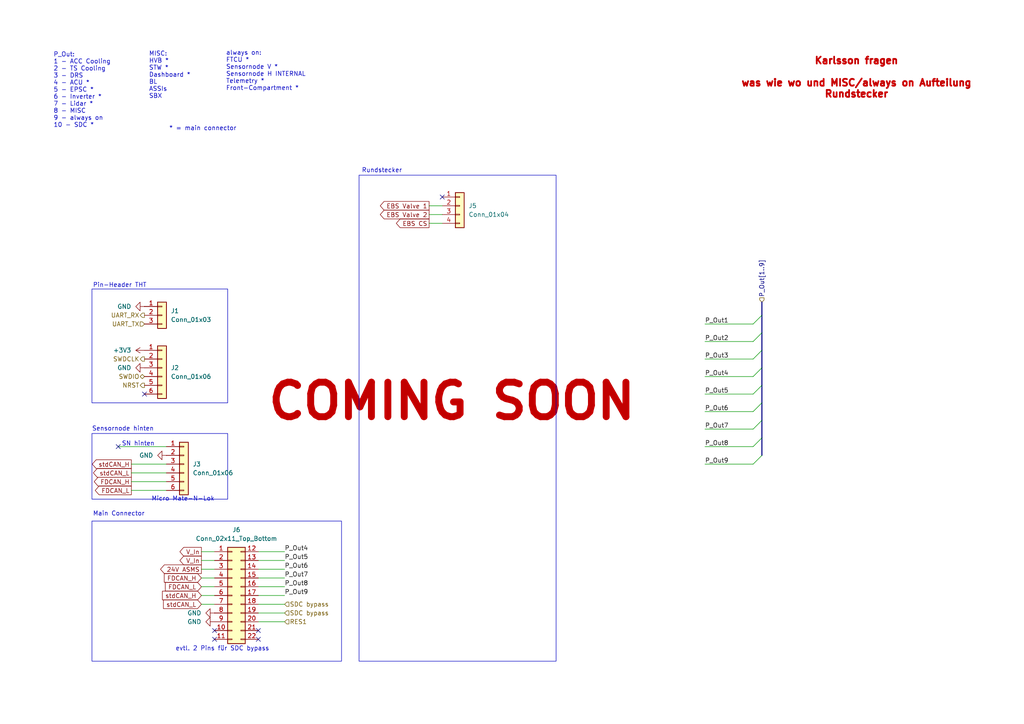
<source format=kicad_sch>
(kicad_sch (version 20231120) (generator "eeschema") (generator_version "8.0")
  (paper "A4")
  (title_block (title "PDU FT25") (date "2024-11-23") (rev "V1.1") (company "Janek Herm") (comment 1 "FaSTTUBe Electronics"))
  (lib_symbols
    (symbol "Connector_Generic:Conn_01x03" (pin_names (offset 1.016) hide)
      (property "Reference" "J" (at 0 5.08 0))
      (property "Value" "Conn_01x03" (at 0 -5.08 0))
      (symbol "Conn_01x03_1_1"
        (rectangle (start -1.27 -2.413) (end 0 -2.667) (stroke (width 0.1524)))
        (rectangle (start -1.27 0.127) (end 0 -0.127) (stroke (width 0.1524)))
        (rectangle (start -1.27 2.667) (end 0 2.413) (stroke (width 0.1524)))
        (rectangle (start -1.27 3.81) (end 1.27 -3.81) (stroke (width 0.254)) (fill (type background)))
        (pin passive line (at -5.08 2.54 0) (length 3.81) (name "Pin_1") (number "1"))
        (pin passive line (at -5.08 0 0) (length 3.81) (name "Pin_2") (number "2"))
        (pin passive line (at -5.08 -2.54 0) (length 3.81) (name "Pin_3") (number "3"))
      )
    )
    (symbol "Connector_Generic:Conn_01x04" (pin_names (offset 1.016) hide)
      (property "Reference" "J" (at 0 5.08 0))
      (property "Value" "Conn_01x04" (at 0 -7.62 0))
      (symbol "Conn_01x04_1_1"
        (rectangle (start -1.27 -4.953) (end 0 -5.207) (stroke (width 0.1524)))
        (rectangle (start -1.27 -2.413) (end 0 -2.667) (stroke (width 0.1524)))
        (rectangle (start -1.27 0.127) (end 0 -0.127) (stroke (width 0.1524)))
        (rectangle (start -1.27 2.667) (end 0 2.413) (stroke (width 0.1524)))
        (rectangle (start -1.27 3.81) (end 1.27 -6.35) (stroke (width 0.254)) (fill (type background)))
        (pin passive line (at -5.08 2.54 0) (length 3.81) (name "Pin_1") (number "1"))
        (pin passive line (at -5.08 0 0) (length 3.81) (name "Pin_2") (number "2"))
        (pin passive line (at -5.08 -2.54 0) (length 3.81) (name "Pin_3") (number "3"))
        (pin passive line (at -5.08 -5.08 0) (length 3.81) (name "Pin_4") (number "4"))
      )
    )
    (symbol "Connector_Generic:Conn_01x06" (pin_names (offset 1.016) hide)
      (property "Reference" "J" (at 0 7.62 0))
      (property "Value" "Conn_01x06" (at 0 -10.16 0))
      (symbol "Conn_01x06_1_1"
        (rectangle (start -1.27 -7.493) (end 0 -7.747) (stroke (width 0.1524)))
        (rectangle (start -1.27 -4.953) (end 0 -5.207) (stroke (width 0.1524)))
        (rectangle (start -1.27 -2.413) (end 0 -2.667) (stroke (width 0.1524)))
        (rectangle (start -1.27 0.127) (end 0 -0.127) (stroke (width 0.1524)))
        (rectangle (start -1.27 2.667) (end 0 2.413) (stroke (width 0.1524)))
        (rectangle (start -1.27 5.207) (end 0 4.953) (stroke (width 0.1524)))
        (rectangle (start -1.27 6.35) (end 1.27 -8.89) (stroke (width 0.254)) (fill (type background)))
        (pin passive line (at -5.08 5.08 0) (length 3.81) (name "Pin_1") (number "1"))
        (pin passive line (at -5.08 2.54 0) (length 3.81) (name "Pin_2") (number "2"))
        (pin passive line (at -5.08 0 0) (length 3.81) (name "Pin_3") (number "3"))
        (pin passive line (at -5.08 -2.54 0) (length 3.81) (name "Pin_4") (number "4"))
        (pin passive line (at -5.08 -5.08 0) (length 3.81) (name "Pin_5") (number "5"))
        (pin passive line (at -5.08 -7.62 0) (length 3.81) (name "Pin_6") (number "6"))
      )
    )
    (symbol "Connector_Generic:Conn_02x11_Top_Bottom" (pin_names (offset 1.016) hide)
      (property "Reference" "J" (at 1.27 15.24 0))
      (property "Value" "Conn_02x11_Top_Bottom" (at 1.27 -15.24 0))
      (symbol "Conn_02x11_Top_Bottom_1_1"
        (rectangle (start -1.27 -12.573) (end 0 -12.827) (stroke (width 0.1524)))
        (rectangle (start -1.27 -10.033) (end 0 -10.287) (stroke (width 0.1524)))
        (rectangle (start -1.27 -7.493) (end 0 -7.747) (stroke (width 0.1524)))
        (rectangle (start -1.27 -4.953) (end 0 -5.207) (stroke (width 0.1524)))
        (rectangle (start -1.27 -2.413) (end 0 -2.667) (stroke (width 0.1524)))
        (rectangle (start -1.27 0.127) (end 0 -0.127) (stroke (width 0.1524)))
        (rectangle (start -1.27 2.667) (end 0 2.413) (stroke (width 0.1524)))
        (rectangle (start -1.27 5.207) (end 0 4.953) (stroke (width 0.1524)))
        (rectangle (start -1.27 7.747) (end 0 7.493) (stroke (width 0.1524)))
        (rectangle (start -1.27 10.287) (end 0 10.033) (stroke (width 0.1524)))
        (rectangle (start -1.27 12.827) (end 0 12.573) (stroke (width 0.1524)))
        (rectangle (start -1.27 13.97) (end 3.81 -13.97) (stroke (width 0.254)) (fill (type background)))
        (rectangle (start 3.81 -12.573) (end 2.54 -12.827) (stroke (width 0.1524)))
        (rectangle (start 3.81 -10.033) (end 2.54 -10.287) (stroke (width 0.1524)))
        (rectangle (start 3.81 -7.493) (end 2.54 -7.747) (stroke (width 0.1524)))
        (rectangle (start 3.81 -4.953) (end 2.54 -5.207) (stroke (width 0.1524)))
        (rectangle (start 3.81 -2.413) (end 2.54 -2.667) (stroke (width 0.1524)))
        (rectangle (start 3.81 0.127) (end 2.54 -0.127) (stroke (width 0.1524)))
        (rectangle (start 3.81 2.667) (end 2.54 2.413) (stroke (width 0.1524)))
        (rectangle (start 3.81 5.207) (end 2.54 4.953) (stroke (width 0.1524)))
        (rectangle (start 3.81 7.747) (end 2.54 7.493) (stroke (width 0.1524)))
        (rectangle (start 3.81 10.287) (end 2.54 10.033) (stroke (width 0.1524)))
        (rectangle (start 3.81 12.827) (end 2.54 12.573) (stroke (width 0.1524)))
        (pin passive line (at -5.08 12.7 0) (length 3.81) (name "Pin_1") (number "1"))
        (pin passive line (at -5.08 -10.16 0) (length 3.81) (name "Pin_10") (number "10"))
        (pin passive line (at -5.08 -12.7 0) (length 3.81) (name "Pin_11") (number "11"))
        (pin passive line (at 7.62 12.7 180) (length 3.81) (name "Pin_12") (number "12"))
        (pin passive line (at 7.62 10.16 180) (length 3.81) (name "Pin_13") (number "13"))
        (pin passive line (at 7.62 7.62 180) (length 3.81) (name "Pin_14") (number "14"))
        (pin passive line (at 7.62 5.08 180) (length 3.81) (name "Pin_15") (number "15"))
        (pin passive line (at 7.62 2.54 180) (length 3.81) (name "Pin_16") (number "16"))
        (pin passive line (at 7.62 0 180) (length 3.81) (name "Pin_17") (number "17"))
        (pin passive line (at 7.62 -2.54 180) (length 3.81) (name "Pin_18") (number "18"))
        (pin passive line (at 7.62 -5.08 180) (length 3.81) (name "Pin_19") (number "19"))
        (pin passive line (at -5.08 10.16 0) (length 3.81) (name "Pin_2") (number "2"))
        (pin passive line (at 7.62 -7.62 180) (length 3.81) (name "Pin_20") (number "20"))
        (pin passive line (at 7.62 -10.16 180) (length 3.81) (name "Pin_21") (number "21"))
        (pin passive line (at 7.62 -12.7 180) (length 3.81) (name "Pin_22") (number "22"))
        (pin passive line (at -5.08 7.62 0) (length 3.81) (name "Pin_3") (number "3"))
        (pin passive line (at -5.08 5.08 0) (length 3.81) (name "Pin_4") (number "4"))
        (pin passive line (at -5.08 2.54 0) (length 3.81) (name "Pin_5") (number "5"))
        (pin passive line (at -5.08 0 0) (length 3.81) (name "Pin_6") (number "6"))
        (pin passive line (at -5.08 -2.54 0) (length 3.81) (name "Pin_7") (number "7"))
        (pin passive line (at -5.08 -5.08 0) (length 3.81) (name "Pin_8") (number "8"))
        (pin passive line (at -5.08 -7.62 0) (length 3.81) (name "Pin_9") (number "9"))
      )
    )
    (symbol "power:+3.3V" (power) (pin_numbers hide) (pin_names (offset 0) hide)
      (property "Value" "+3.3V" (at 0 3.556 0))
      (symbol "+3.3V_0_1"
        (polyline (pts (xy -0.762 1.27) (xy 0 2.54)))
        (polyline (pts (xy 0 0) (xy 0 2.54)))
        (polyline (pts (xy 0 2.54) (xy 0.762 1.27)))
      )
      (symbol "+3.3V_1_1"
        (pin power_in line (at 0 0 90) (length 0) (name "~") (number "1"))
      )
    )
    (symbol "power:GND" (power) (pin_numbers hide) (pin_names (offset 0) hide)
      (property "Value" "GND" (at 0 -3.81 0))
      (symbol "GND_0_1"
        (polyline (pts (xy 0 0) (xy 0 -1.27) (xy 1.27 -1.27) (xy 0 -2.54) (xy -1.27 -1.27) (xy 0 -1.27)))
      )
      (symbol "GND_1_1"
        (pin power_in line (at 0 0 270) (length 0) (name "~") (number "1"))
      )
    )
  )
  (no_connect (at 62.23 185.42))
  (no_connect (at 74.93 185.42))
  (no_connect (at 34.29 129.54))
  (no_connect (at 41.91 114.3))
  (no_connect (at 128.27 57.15))
  (no_connect (at 62.23 182.88))
  (no_connect (at 74.93 182.88))
  (bus_entry (at 218.44 109.22) (size 2.54 -2.54))
  (bus_entry (at 218.44 99.06) (size 2.54 -2.54))
  (bus_entry (at 218.44 129.54) (size 2.54 -2.54))
  (bus_entry (at 218.44 134.62) (size 2.54 -2.54))
  (bus_entry (at 218.44 119.38) (size 2.54 -2.54))
  (bus_entry (at 218.44 93.98) (size 2.54 -2.54))
  (bus_entry (at 218.44 114.3) (size 2.54 -2.54))
  (bus_entry (at 218.44 104.14) (size 2.54 -2.54))
  (bus_entry (at 218.44 124.46) (size 2.54 -2.54))
  (bus (pts (xy 220.98 121.92) (xy 220.98 127)))
  (wire (pts (xy 58.42 160.02) (xy 62.23 160.02)))
  (bus (pts (xy 220.98 127) (xy 220.98 132.08)))
  (wire (pts (xy 204.47 134.62) (xy 218.44 134.62)))
  (wire (pts (xy 58.42 175.26) (xy 62.23 175.26)))
  (wire (pts (xy 124.46 64.77) (xy 128.27 64.77)))
  (wire (pts (xy 74.93 165.1) (xy 82.55 165.1)))
  (wire (pts (xy 204.47 129.54) (xy 218.44 129.54)))
  (bus (pts (xy 220.98 116.84) (xy 220.98 121.92)))
  (wire (pts (xy 204.47 119.38) (xy 218.44 119.38)))
  (wire (pts (xy 204.47 114.3) (xy 218.44 114.3)))
  (bus (pts (xy 220.98 101.6) (xy 220.98 106.68)))
  (wire (pts (xy 204.47 99.06) (xy 218.44 99.06)))
  (wire (pts (xy 204.47 124.46) (xy 218.44 124.46)))
  (bus (pts (xy 220.98 111.76) (xy 220.98 116.84)))
  (wire (pts (xy 74.93 177.8) (xy 82.55 177.8)))
  (wire (pts (xy 38.1 139.7) (xy 48.26 139.7)))
  (wire (pts (xy 204.47 109.22) (xy 218.44 109.22)))
  (wire (pts (xy 58.42 162.56) (xy 62.23 162.56)))
  (wire (pts (xy 74.93 170.18) (xy 82.55 170.18)))
  (wire (pts (xy 38.1 142.24) (xy 48.26 142.24)))
  (bus (pts (xy 220.98 87.63) (xy 220.98 91.44)))
  (wire (pts (xy 58.42 165.1) (xy 62.23 165.1)))
  (bus (pts (xy 220.98 91.44) (xy 220.98 96.52)))
  (wire (pts (xy 204.47 104.14) (xy 218.44 104.14)))
  (wire (pts (xy 38.1 137.16) (xy 48.26 137.16)))
  (wire (pts (xy 74.93 167.64) (xy 82.55 167.64)))
  (bus (pts (xy 220.98 96.52) (xy 220.98 101.6)))
  (wire (pts (xy 74.93 162.56) (xy 82.55 162.56)))
  (wire (pts (xy 34.29 129.54) (xy 48.26 129.54)))
  (wire (pts (xy 58.42 172.72) (xy 62.23 172.72)))
  (wire (pts (xy 74.93 160.02) (xy 82.55 160.02)))
  (bus (pts (xy 220.98 106.68) (xy 220.98 111.76)))
  (wire (pts (xy 124.46 62.23) (xy 128.27 62.23)))
  (wire (pts (xy 124.46 59.69) (xy 128.27 59.69)))
  (wire (pts (xy 74.93 172.72) (xy 82.55 172.72)))
  (wire (pts (xy 58.42 170.18) (xy 62.23 170.18)))
  (wire (pts (xy 74.93 175.26) (xy 82.55 175.26)))
  (wire (pts (xy 38.1 134.62) (xy 48.26 134.62)))
  (wire (pts (xy 204.47 93.98) (xy 218.44 93.98)))
  (wire (pts (xy 74.93 180.34) (xy 82.55 180.34)))
  (wire (pts (xy 58.42 167.64) (xy 62.23 167.64)))
  (rectangle (start 26.67 83.82) (end 66.04 116.84))
  (rectangle (start 104.14 50.8) (end 161.29 191.77))
  (rectangle (start 26.67 151.13) (end 99.06 191.77))
  (rectangle (start 26.67 125.73) (end 66.04 144.78))
  (text "* = main connector" (at 49.022 37.338 0) (effects (font (size 1.27 1.27)) (justify left)))
  (text "Pin-Header THT" (at 26.924 82.804 0) (effects (font (size 1.27 1.27)) (justify left)))
  (text "Micro Mate-N-Lok" (at 53.086 144.78 0) (effects (font (size 1.27 1.27))))
  (text "Sensornode hinten" (at 26.67 124.46 0) (effects (font (size 1.27 1.27)) (justify left)))
  (text "Rundstecker" (at 104.902 49.53 0) (effects (font (size 1.27 1.27)) (justify left)))
  (text "Karlsson fragen\n\nwas wie wo und MISC/always on Aufteilung\nRundstecker" (at 248.412 22.606 0) (effects (font (size 2 2) (thickness 0.7) (bold yes))))
  (text "SN hinten" (at 35.306 128.778 0) (effects (font (size 1.27 1.27)) (justify left)))
  (text "Main Connector" (at 26.924 149.098 0) (effects (font (size 1.27 1.27)) (justify left)))
  (text "evtl. 2 Pins für SDC bypass" (at 64.516 188.214 0) (effects (font (size 1.27 1.27))))
  (text "MISC:\nHVB *\nSTW *\nDashboard *\nBL\nASSIs\nSBX" (at 43.18 21.844 0) (effects (font (size 1.27 1.27)) (justify left)))
  (text "P_Out:\n1 - ACC Cooling \n2 - TS Cooling\n3 - DRS\n4 - ACU *\n5 - EPSC *\n6 - Inverter *\n7 - Lidar *\n8 - MISC\n9 - always on\n10 - SDC *" (at 15.494 26.162 0) (effects (font (size 1.27 1.27)) (justify left)))
  (text "COMING SOON" (at 131.064 116.586 0) (effects (font (size 10 10) (thickness 2) (bold yes))))
  (text "always on:\nFTCU *\nSensornode V *\nSensornode H INTERNAL\nTelemetry * \nFront-Compartment *" (at 65.532 20.574 0) (effects (font (size 1.27 1.27)) (justify left)))
  (label "P_Out7" (at 82.55 167.64 0))
  (label "P_Out3" (at 204.47 104.14 0))
  (label "P_Out1" (at 204.47 93.98 0))
  (label "P_Out8" (at 204.47 129.54 0))
  (label "P_Out9" (at 204.47 134.62 0))
  (label "P_Out5" (at 204.47 114.3 0))
  (label "P_Out9" (at 82.55 172.72 0))
  (label "P_Out2" (at 204.47 99.06 0))
  (label "P_Out8" (at 82.55 170.18 0))
  (label "P_Out6" (at 82.55 165.1 0))
  (label "P_Out4" (at 82.55 160.02 0))
  (label "P_Out5" (at 82.55 162.56 0))
  (label "P_Out7" (at 204.47 124.46 0))
  (label "P_Out4" (at 204.47 109.22 0))
  (label "P_Out6" (at 204.47 119.38 0))
  (global_label "stdCAN_H" (shape output) (at 38.1 134.62 180) (property "Intersheetrefs" "${INTERSHEET_REFS}" (effects (hide yes))))
  (global_label "24V ASMS" (shape output) (at 58.42 165.1 180) (property "Intersheetrefs" "${INTERSHEET_REFS}" (effects (hide yes))))
  (global_label "FDCAN_H" (shape output) (at 38.1 139.7 180) (property "Intersheetrefs" "${INTERSHEET_REFS}" (effects (hide yes))))
  (global_label "stdCAN_L" (shape input) (at 58.42 175.26 180) (property "Intersheetrefs" "${INTERSHEET_REFS}" (effects (hide yes))))
  (global_label "FDCAN_L" (shape output) (at 38.1 142.24 180) (property "Intersheetrefs" "${INTERSHEET_REFS}" (effects (hide yes))))
  (global_label "V_In" (shape output) (at 58.42 160.02 180) (property "Intersheetrefs" "${INTERSHEET_REFS}" (effects (hide yes))))
  (global_label "FDCAN_L" (shape input) (at 58.42 170.18 180) (property "Intersheetrefs" "${INTERSHEET_REFS}" (effects (hide yes))))
  (global_label "stdCAN_H" (shape input) (at 58.42 172.72 180) (property "Intersheetrefs" "${INTERSHEET_REFS}" (effects (hide yes))))
  (global_label "EBS CS" (shape output) (at 124.46 64.77 180) (property "Intersheetrefs" "${INTERSHEET_REFS}" (effects (hide yes))))
  (global_label "V_In" (shape output) (at 58.42 162.56 180) (property "Intersheetrefs" "${INTERSHEET_REFS}" (effects (hide yes))))
  (global_label "EBS Valve 2" (shape output) (at 124.46 62.23 180) (property "Intersheetrefs" "${INTERSHEET_REFS}" (effects (hide yes))))
  (global_label "stdCAN_L" (shape output) (at 38.1 137.16 180) (property "Intersheetrefs" "${INTERSHEET_REFS}" (effects (hide yes))))
  (global_label "EBS Valve 1" (shape output) (at 124.46 59.69 180) (property "Intersheetrefs" "${INTERSHEET_REFS}" (effects (hide yes))))
  (global_label "FDCAN_H" (shape input) (at 58.42 167.64 180) (property "Intersheetrefs" "${INTERSHEET_REFS}" (effects (hide yes))))
  (hierarchical_label "P_Out[1..9]" (shape input) (at 220.98 87.63 90) (effects (font (thickness 0.1588))))
  (hierarchical_label "SWDIO" (shape bidirectional) (at 41.91 109.22 180) (effects (font (thickness 0.1588))))
  (hierarchical_label "RES1" (shape input) (at 82.55 180.34 0))
  (hierarchical_label "UART_TX" (shape input) (at 41.91 93.98 180))
  (hierarchical_label "SDC bypass" (shape input) (at 82.55 175.26 0))
  (hierarchical_label "NRST" (shape output) (at 41.91 111.76 180) (effects (font (thickness 0.1588))))
  (hierarchical_label "SWDCLK" (shape output) (at 41.91 104.14 180))
  (hierarchical_label "UART_RX" (shape output) (at 41.91 91.44 180))
  (hierarchical_label "SDC bypass" (shape input) (at 82.55 177.8 0))
  (symbol (lib_id "Connector_Generic:Conn_01x04") (at 133.35 59.69 0) (unit 1)
    (property "Reference" "J5" (at 135.89 59.6899 0) (effects (justify left)))
    (property "Value" "Conn_01x04" (at 135.89 62.2299 0) (effects (justify left)))
    (property "Description" "Generic connector, single row, 01x04, script generated (kicad-library-utils/schlib/autogen/connector/)" (effects (hide yes)))
  )
  (symbol (lib_id "power:GND") (at 62.23 177.8 270) (unit 1)
    (property "Reference" "#PWR030" (effects (hide yes)))
    (property "Value" "GND" (at 58.42 177.7999 90) (effects (justify right)))
    (property "Description" "Power symbol creates a global label with name \"GND\" , ground" (effects (hide yes)))
  )
  (symbol (lib_id "power:+3.3V") (at 41.91 101.6 90) (unit 1)
    (property "Reference" "#PWR025" (effects (hide yes)))
    (property "Value" "+3V3" (at 38.1 101.5999 90) (effects (justify left)))
    (property "Description" "Power symbol creates a global label with name \"+3.3V\"" (effects (hide yes)))
  )
  (symbol (lib_id "power:GND") (at 41.91 88.9 270) (unit 1)
    (property "Reference" "#PWR024" (effects (hide yes)))
    (property "Value" "GND" (at 38.1 88.8999 90) (effects (justify right)))
    (property "Description" "Power symbol creates a global label with name \"GND\" , ground" (effects (hide yes)))
  )
  (symbol (lib_id "power:GND") (at 62.23 180.34 270) (unit 1)
    (property "Reference" "#PWR031" (effects (hide yes)))
    (property "Value" "GND" (at 58.42 180.3399 90) (effects (justify right)))
    (property "Description" "Power symbol creates a global label with name \"GND\" , ground" (effects (hide yes)))
  )
  (symbol (lib_id "Connector_Generic:Conn_01x06") (at 46.99 106.68 0) (unit 1)
    (property "Reference" "J2" (at 49.53 106.6799 0) (effects (justify left)))
    (property "Value" "Conn_01x06" (at 49.53 109.2199 0) (effects (justify left)))
    (property "Footprint" "Connector_PinHeader_2.54mm:PinHeader_1x06_P2.54mm_Vertical" (effects (hide yes)))
    (property "Description" "Generic connector, single row, 01x06, script generated (kicad-library-utils/schlib/autogen/connector/)" (effects (hide yes)))
  )
  (symbol (lib_id "power:GND") (at 48.26 132.08 270) (unit 1)
    (property "Reference" "#PWR027" (effects (hide yes)))
    (property "Value" "GND" (at 44.45 132.0799 90) (effects (justify right)))
    (property "Description" "Power symbol creates a global label with name \"GND\" , ground" (effects (hide yes)))
  )
  (symbol (lib_id "Connector_Generic:Conn_01x06") (at 53.34 134.62 0) (unit 1)
    (property "Reference" "J3" (at 55.88 134.6199 0) (effects (justify left)))
    (property "Value" "Conn_01x06" (at 55.88 137.1599 0) (effects (justify left)))
    (property "Description" "Generic connector, single row, 01x06, script generated (kicad-library-utils/schlib/autogen/connector/)" (effects (hide yes)))
  )
  (symbol (lib_id "Connector_Generic:Conn_01x03") (at 46.99 91.44 0) (unit 1)
    (property "Reference" "J1" (at 49.53 90.1699 0) (effects (justify left)))
    (property "Value" "Conn_01x03" (at 49.53 92.7099 0) (effects (justify left)))
    (property "Footprint" "Connector_PinHeader_2.54mm:PinHeader_1x03_P2.54mm_Vertical" (effects (hide yes)))
    (property "Description" "Generic connector, single row, 01x03, script generated (kicad-library-utils/schlib/autogen/connector/)" (effects (hide yes)))
  )
  (symbol (lib_id "power:GND") (at 41.91 106.68 270) (unit 1)
    (property "Reference" "#PWR026" (effects (hide yes)))
    (property "Value" "GND" (at 38.1 106.6799 90) (effects (justify right)))
    (property "Description" "Power symbol creates a global label with name \"GND\" , ground" (effects (hide yes)))
  )
  (symbol (lib_id "Connector_Generic:Conn_02x11_Top_Bottom") (at 67.31 172.72 0) (unit 1)
    (property "Reference" "J6" (at 68.58 153.67 0))
    (property "Value" "Conn_02x11_Top_Bottom" (at 68.58 156.21 0))
    (property "Description" "Generic connector, double row, 02x11, top/bottom pin numbering scheme (row 1: 1...pins_per_row, row2: pins_per_row+1 ... num_pins), script generated (kicad-library-utils/schlib/autogen/connector/)" (effects (hide yes)))
  )
)
</source>
